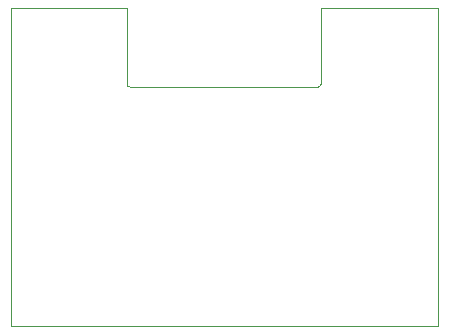
<source format=gm1>
G04 Layer_Color=16711935*
%FSAX44Y44*%
%MOMM*%
G71*
G01*
G75*
%ADD48C,0.1000*%
D48*
X00888999Y00925484D02*
G03*
X00891727Y00922756I00002727J00000000D01*
G01*
X01051240Y00922953D02*
G03*
X01053676Y00925746I-00000188J00002623D01*
G01*
X00891728Y00922756D02*
X01051240Y00922813D01*
X01053592Y00989330D02*
X01152500D01*
X01053592Y00925746D02*
Y00989330D01*
X00889000Y00925484D02*
Y00989330D01*
X00791210D02*
X00889000D01*
X01152500Y00720090D02*
Y00989330D01*
X00791210Y00720090D02*
X01152500D01*
X00791210D02*
Y00989330D01*
M02*

</source>
